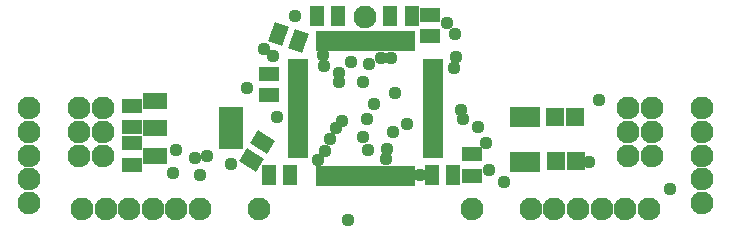
<source format=gbr>
G04 EAGLE Gerber X2 export*
G04 #@! %TF.Part,Single*
G04 #@! %TF.FileFunction,Soldermask,Top,1*
G04 #@! %TF.FilePolarity,Negative*
G04 #@! %TF.GenerationSoftware,Autodesk,EAGLE,8.6.0*
G04 #@! %TF.CreationDate,2018-03-03T07:32:50Z*
G75*
%MOMM*%
%FSLAX34Y34*%
%LPD*%
%AMOC8*
5,1,8,0,0,1.08239X$1,22.5*%
G01*
%ADD10R,1.608000X1.508000*%
%ADD11R,1.308000X1.708000*%
%ADD12R,1.708000X1.308000*%
%ADD13R,1.708000X0.808000*%
%ADD14R,0.808000X1.708000*%
%ADD15R,2.508000X1.808000*%
%ADD16R,2.108200X1.346200*%
%ADD17R,2.108200X3.606800*%
%ADD18C,1.930400*%
%ADD19C,1.112000*%


D10*
X480520Y132989D03*
X497520Y132989D03*
X481491Y95118D03*
X498491Y95118D03*
D11*
X359018Y218477D03*
X341018Y218477D03*
D12*
X237992Y151009D03*
X237992Y169009D03*
D11*
X376001Y84012D03*
X394001Y84012D03*
D12*
X375024Y218995D03*
X375024Y200995D03*
D11*
X238008Y83993D03*
X256008Y83993D03*
X279004Y218003D03*
X297004Y218003D03*
G36*
X249771Y192797D02*
X237481Y197270D01*
X243323Y213319D01*
X255613Y208846D01*
X249771Y192797D01*
G37*
G36*
X266686Y186641D02*
X254396Y191114D01*
X260238Y207163D01*
X272528Y202690D01*
X266686Y186641D01*
G37*
G36*
X233996Y97453D02*
X227181Y86290D01*
X212604Y95189D01*
X219419Y106352D01*
X233996Y97453D01*
G37*
G36*
X243374Y112817D02*
X236559Y101654D01*
X221982Y110553D01*
X228797Y121716D01*
X243374Y112817D01*
G37*
D12*
X410008Y101019D03*
X410008Y83019D03*
D13*
X377514Y137488D03*
X377514Y142488D03*
X377514Y147488D03*
X377514Y132488D03*
X377514Y127488D03*
X377514Y122488D03*
X377514Y117488D03*
X377514Y112488D03*
X377514Y102488D03*
X377514Y107488D03*
X377514Y152488D03*
X377514Y157488D03*
X377514Y162488D03*
X377514Y167488D03*
X377514Y172488D03*
X377514Y177488D03*
D14*
X322514Y197488D03*
X327514Y197488D03*
X332514Y197488D03*
X337514Y197488D03*
X342514Y197488D03*
X347514Y197488D03*
X352514Y197488D03*
X357514Y197488D03*
X317514Y197488D03*
X312514Y197488D03*
X307514Y197488D03*
X302514Y197488D03*
X297514Y197488D03*
X292514Y197488D03*
X287514Y197488D03*
X282514Y197488D03*
D13*
X262514Y137488D03*
X262514Y142488D03*
X262514Y147488D03*
X262514Y132488D03*
X262514Y127488D03*
X262514Y122488D03*
X262514Y117488D03*
X262514Y112488D03*
X262514Y102488D03*
X262514Y107488D03*
X262514Y152488D03*
X262514Y157488D03*
X262514Y162488D03*
X262514Y167488D03*
X262514Y172488D03*
X262514Y177488D03*
D14*
X322514Y82488D03*
X327514Y82488D03*
X332514Y82488D03*
X337514Y82488D03*
X342514Y82488D03*
X347514Y82488D03*
X352514Y82488D03*
X357514Y82488D03*
X317514Y82488D03*
X312514Y82488D03*
X307514Y82488D03*
X302514Y82488D03*
X297514Y82488D03*
X292514Y82488D03*
X287514Y82488D03*
X282514Y82488D03*
D15*
X455001Y95002D03*
X455001Y133002D03*
D12*
X122200Y142100D03*
X122200Y124100D03*
X122300Y92500D03*
X122300Y110500D03*
D16*
X141996Y146000D03*
X141996Y123000D03*
X141996Y100000D03*
D17*
X206004Y123000D03*
D18*
X80000Y55000D03*
X100000Y55000D03*
X120000Y55000D03*
X140000Y55000D03*
X160000Y55000D03*
X480000Y55000D03*
X500000Y55000D03*
X520000Y55000D03*
X540000Y55000D03*
X560000Y55000D03*
X605000Y140000D03*
X605000Y120000D03*
X605000Y100000D03*
X605000Y80000D03*
X605000Y60000D03*
X35000Y60000D03*
X35000Y80000D03*
X35000Y100000D03*
X35000Y120000D03*
X35000Y140000D03*
X180000Y55000D03*
X460000Y55000D03*
X542500Y100000D03*
X542500Y120000D03*
X542500Y140000D03*
X562500Y100000D03*
X562500Y120000D03*
X562500Y140000D03*
X97500Y100000D03*
X97500Y120000D03*
X97500Y140000D03*
X77500Y100000D03*
X77500Y120000D03*
X77500Y140000D03*
X230000Y55000D03*
X410000Y55000D03*
X320000Y217000D03*
D19*
X206000Y93000D03*
X345000Y153000D03*
X389000Y212000D03*
X308000Y179000D03*
X425000Y88000D03*
X509000Y95000D03*
X297500Y170000D03*
X317900Y162100D03*
X260000Y218000D03*
X300000Y129000D03*
X220000Y157000D03*
X160000Y105186D03*
X366000Y84000D03*
X343000Y120000D03*
X396000Y203000D03*
X323000Y178000D03*
X396611Y183611D03*
X342000Y182286D03*
X395000Y174000D03*
X333328Y182286D03*
X285000Y176000D03*
X180000Y84000D03*
X186000Y100000D03*
X242000Y184186D03*
X284000Y185000D03*
X157000Y85000D03*
X176000Y98000D03*
X234200Y190000D03*
X280000Y96000D03*
X290000Y114000D03*
X295000Y123186D03*
X355000Y127000D03*
X437000Y78000D03*
X338000Y106000D03*
X422000Y111000D03*
X322000Y105000D03*
X305000Y45600D03*
X286000Y104000D03*
X415000Y124000D03*
X403000Y131000D03*
X401000Y139000D03*
X518000Y147000D03*
X297512Y162436D03*
X578000Y72000D03*
X318000Y116000D03*
X337000Y97000D03*
X321000Y131000D03*
X327000Y144000D03*
X245000Y132814D03*
M02*

</source>
